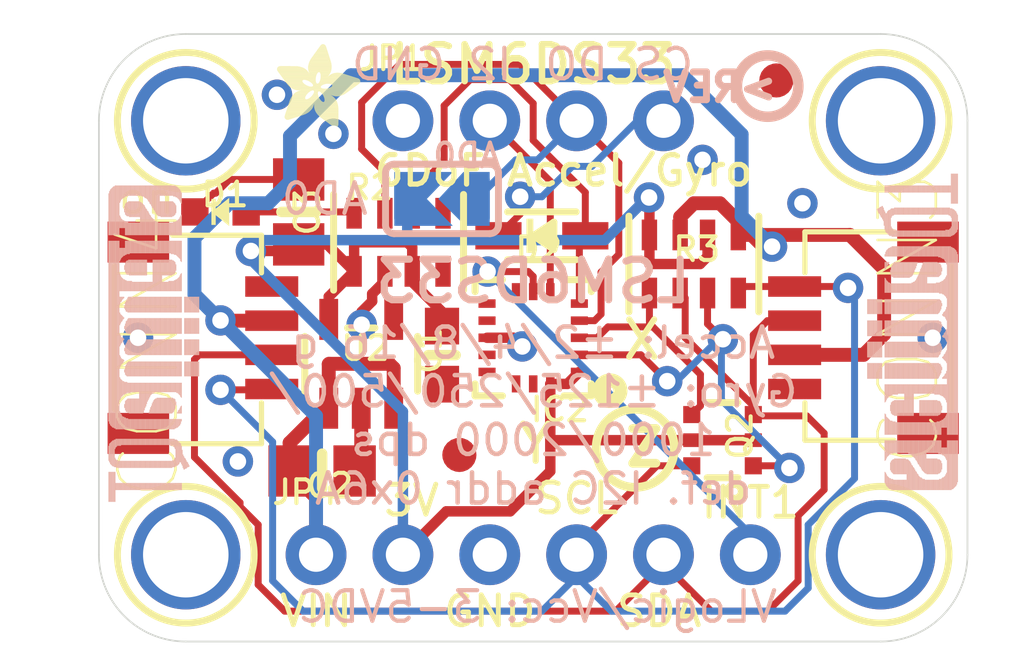
<source format=kicad_pcb>
(kicad_pcb (version 20211014) (generator pcbnew)
  (layers (0 "F.Cu" signal) (31 "B.Cu" signal) (34 "B.Paste" user) (35 "F.Paste" user) (36 "B.SilkS" user "B.Silkscreen") (37 "F.SilkS" user "F.Silkscreen") (38 "B.Mask" user) (39 "F.Mask" user) (44 "Edge.Cuts" user))
  (net 0 "")
  (net 1 "GND")
  (net 2 "3.3V")
  (net 3 "VCC")
  (net 4 "N$1")
  (net 5 "SDO")
  (net 6 "SDA_3V")
  (net 7 "SCL_3V")
  (net 8 "SCL")
  (net 9 "SDA")
  (net 10 "CS_3V")
  (net 11 "CS_5V")
  (net 12 "INT1")
  (net 13 "INT2")
  (footprint "boardEagle:LGA16_3X3MM" (layer "F.Cu") (at 148.5011 105.0036 180)
    (fp_text reference "IC2" (at -1.7 -2.1) (layer "F.SilkS") (effects (font (size 0.692831 0.692831) (thickness 0.119969)) (justify right)))
    (fp_text value "LSM6DS33")
    (pad "1" smd rect (at -1.35 -1 180) (size 0.5 0.25) (layers "F.Cu" "F.Paste" "F.Mask") (net 2 "3.3V"))
    (pad "2" smd rect (at -1.35 -0.5 180) (size 0.5 0.25) (layers "F.Cu" "F.Paste" "F.Mask") (net 7 "SCL_3V"))
    (pad "3" smd rect (at -1.35 0 180) (size 0.5 0.25) (layers "F.Cu" "F.Paste" "F.Mask") (net 6 "SDA_3V"))
    (pad "4" smd rect (at -1.35 0.5 180) (size 0.5 0.25) (layers "F.Cu" "F.Paste" "F.Mask") (net 5 "SDO"))
    (pad "5" smd rect (at -1.35 1 180) (size 0.5 0.25) (layers "F.Cu" "F.Paste" "F.Mask") (net 10 "CS_3V"))
    (pad "6" smd rect (at -0.5 1.35 270) (size 0.5 0.25) (layers "F.Cu" "F.Paste" "F.Mask") (net 13 "INT2"))
    (pad "7" smd rect (at 0 1.35 270) (size 0.5 0.25) (layers "F.Cu" "F.Paste" "F.Mask") (net 12 "INT1"))
    (pad "8" smd rect (at 0.5 1.35 270) (size 0.5 0.25) (layers "F.Cu" "F.Paste" "F.Mask") (net 1 "GND"))
    (pad "9" smd rect (at 1.35 1) (size 0.5 0.25) (layers "F.Cu" "F.Paste" "F.Mask") (net 1 "GND"))
    (pad "10" smd rect (at 1.35 0.5) (size 0.5 0.25) (layers "F.Cu" "F.Paste" "F.Mask") (net 1 "GND"))
    (pad "11" smd rect (at 1.35 0) (size 0.5 0.25) (layers "F.Cu" "F.Paste" "F.Mask") (net 1 "GND"))
    (pad "12" smd rect (at 1.35 -0.5) (size 0.5 0.25) (layers "F.Cu" "F.Paste" "F.Mask") (net 1 "GND"))
    (pad "13" smd rect (at 1.35 -1) (size 0.5 0.25) (layers "F.Cu" "F.Paste" "F.Mask") (net 1 "GND"))
    (pad "14" smd rect (at 0.5 -1.35 90) (size 0.5 0.25) (layers "F.Cu" "F.Paste" "F.Mask"))
    (pad "15" smd rect (at 0 -1.35 90) (size 0.5 0.25) (layers "F.Cu" "F.Paste" "F.Mask") (net 1 "GND"))
    (pad "16" smd rect (at -0.5 -1.35 90) (size 0.5 0.25) (layers "F.Cu" "F.Paste" "F.Mask") (net 2 "3.3V"))
  )
  (footprint "boardEagle:0805-NO" (layer "F.Cu") (at 141.6431 101.3206 90)
    (fp_text reference "C3" (at -0.762 0.254 90) (layer "F.SilkS") (effects (font (size 0.692831 0.692831) (thickness 0.119969)) (justify left)))
    (fp_text value "10uF")
    (pad "1" smd rect (at -0.95 0 90) (size 1.24 1.5) (layers "F.Cu" "F.Paste" "F.Mask") (net 2 "3.3V"))
    (pad "2" smd rect (at 0.95 0 90) (size 1.24 1.5) (layers "F.Cu" "F.Paste" "F.Mask") (net 1 "GND"))
  )
  (footprint "boardEagle:CHIPLED_0603_NOOUTLINE" (layer "F.Cu") (at 139.3571 101.3206 90)
    (fp_text reference "D1" (at 0.508 0.889) (layer "F.SilkS") (effects (font (size 0.692831 0.692831) (thickness 0.119969)) (justify right)))
    (fp_text value "GREEN")
    (pad "A" smd rect (at 0 0.75 90) (size 0.8 0.8) (layers "F.Cu" "F.Paste" "F.Mask") (net 4 "N$1"))
    (pad "C" smd rect (at 0 -0.75 90) (size 0.8 0.8) (layers "F.Cu" "F.Paste" "F.Mask") (net 1 "GND"))
  )
  (footprint "boardEagle:SOT23-5" (layer "F.Cu") (at 143.4719 105.7656)
    (fp_text reference "U2" (at 0.8922 -0.4572) (layer "F.SilkS") (effects (font (size 0.692831 0.692831) (thickness 0.119969)) (justify right)))
    (fp_text value "AP2112K-3.3")
    (pad "1" smd rect (at -0.95 1.3001) (size 0.55 1.2) (layers "F.Cu" "F.Paste" "F.Mask") (net 3 "VCC"))
    (pad "2" smd rect (at 0 1.3001) (size 0.55 1.2) (layers "F.Cu" "F.Paste" "F.Mask") (net 1 "GND"))
    (pad "3" smd rect (at 0.95 1.3001) (size 0.55 1.2) (layers "F.Cu" "F.Paste" "F.Mask") (net 3 "VCC"))
    (pad "4" smd rect (at 0.95 -1.3001) (size 0.55 1.2) (layers "F.Cu" "F.Paste" "F.Mask"))
    (pad "5" smd rect (at -0.95 -1.3001) (size 0.55 1.2) (layers "F.Cu" "F.Paste" "F.Mask") (net 2 "3.3V"))
  )
  (footprint "boardEagle:0603-NO" (layer "F.Cu") (at 145.8341 105.5116 -90)
    (fp_text reference "C1" (at -0.889 0.381 90) (layer "F.SilkS") (effects (font (size 0.692831 0.692831) (thickness 0.119969)) (justify right)))
    (fp_text value "0.1uF")
    (pad "1" smd rect (at -0.85 0 270) (size 1.075 1) (layers "F.Cu" "F.Paste" "F.Mask") (net 2 "3.3V"))
    (pad "2" smd rect (at 0.85 0 270) (size 1.075 1) (layers "F.Cu" "F.Paste" "F.Mask") (net 1 "GND"))
  )
  (footprint "boardEagle:1X06_ROUND_70" (layer "F.Cu") (at 148.5011 111.3536)
    (fp_text reference "JP4" (at -7.6962 -1.8288) (layer "F.SilkS") (effects (font (size 0.692831 0.692831) (thickness 0.119969)) (justify left)))
    (fp_text value "")
    (pad "1" thru_hole circle (at -6.35 0 90) (size 1.778 1.778) (drill 1) (layers *.Cu *.Mask) (net 3 "VCC"))
    (pad "2" thru_hole circle (at -3.81 0 90) (size 1.778 1.778) (drill 1) (layers *.Cu *.Mask) (net 2 "3.3V"))
    (pad "3" thru_hole circle (at -1.27 0 90) (size 1.778 1.778) (drill 1) (layers *.Cu *.Mask) (net 1 "GND"))
    (pad "4" thru_hole circle (at 1.27 0 90) (size 1.778 1.778) (drill 1) (layers *.Cu *.Mask) (net 8 "SCL"))
    (pad "5" thru_hole circle (at 3.81 0 90) (size 1.778 1.778) (drill 1) (layers *.Cu *.Mask) (net 9 "SDA"))
    (pad "6" thru_hole circle (at 6.35 0 90) (size 1.778 1.778) (drill 1) (layers *.Cu *.Mask) (net 12 "INT1"))
  )
  (footprint "boardEagle:FIDUCIAL_1MM" (layer "F.Cu") (at 146.3421 108.4326)
    (fp_text reference "FID3" hide)
    (fp_text value "FIDUCIAL_1MM" hide)
    (pad "1" smd roundrect (at 0 0) (size 1 1) (layers "F.Cu" "F.Mask") (roundrect_rratio 0.5))
  )
  (footprint "boardEagle:JST_SH4" (layer "F.Cu") (at 158.6611 105.0036 90)
    (fp_text reference "CONN3" (at -3.838 0.831 90) (layer "F.SilkS") (effects (font (size 1.703222 1.703222) (thickness 0.074778)) (justify left)))
    (fp_text value "STEMMA_I2C_QT" hide)
    (pad "1" smd rect (at -1.5 -2.514 180) (size 1.55 0.6) (layers "F.Cu" "F.Paste" "F.Mask") (net 1 "GND"))
    (pad "2" smd rect (at -0.5 -2.514 180) (size 1.55 0.6) (layers "F.Cu" "F.Paste" "F.Mask") (net 3 "VCC"))
    (pad "3" smd rect (at 0.5 -2.514 180) (size 1.55 0.6) (layers "F.Cu" "F.Paste" "F.Mask") (net 9 "SDA"))
    (pad "4" smd rect (at 1.5 -2.514 180) (size 1.55 0.6) (layers "F.Cu" "F.Paste" "F.Mask") (net 8 "SCL"))
    (pad "MT1" smd rect (at -2.8 1.386 180) (size 1.8 1.2) (layers "F.Cu" "F.Paste" "F.Mask") (net 1 "GND"))
    (pad "MT2" smd rect (at 2.8 1.386 180) (size 1.8 1.2) (layers "F.Cu" "F.Paste" "F.Mask") (net 1 "GND"))
  )
  (footprint "boardEagle:RESPACK_4X0603" (layer "F.Cu") (at 153.2001 102.8446 180)
    (fp_text reference "R3" (at -0.838 0.432) (layer "F.SilkS") (effects (font (size 0.692831 0.692831) (thickness 0.119969)) (justify right)))
    (fp_text value "10K")
    (pad "1" smd rect (at -1.3 0.85 180) (size 0.45 0.9) (layers "F.Cu" "F.Paste" "F.Mask") (net 3 "VCC"))
    (pad "2" smd rect (at -0.4 0.85 180) (size 0.45 0.9) (layers "F.Cu" "F.Paste" "F.Mask") (net 2 "3.3V"))
    (pad "3" smd rect (at 0.4 0.85 180) (size 0.45 0.9) (layers "F.Cu" "F.Paste" "F.Mask") (net 3 "VCC"))
    (pad "4" smd rect (at 1.3 0.85 180) (size 0.45 0.9) (layers "F.Cu" "F.Paste" "F.Mask") (net 2 "3.3V"))
    (pad "5" smd rect (at 1.3 -0.85 180) (size 0.45 0.9) (layers "F.Cu" "F.Paste" "F.Mask") (net 6 "SDA_3V"))
    (pad "6" smd rect (at 0.4 -0.85 180) (size 0.45 0.9) (layers "F.Cu" "F.Paste" "F.Mask") (net 9 "SDA"))
    (pad "7" smd rect (at -0.4 -0.85 180) (size 0.45 0.9) (layers "F.Cu" "F.Paste" "F.Mask") (net 7 "SCL_3V"))
    (pad "8" smd rect (at -1.3 -0.85 180) (size 0.45 0.9) (layers "F.Cu" "F.Paste" "F.Mask") (net 8 "SCL"))
  )
  (footprint "boardEagle:0805-NO" (layer "F.Cu") (at 142.3289 108.9025)
    (fp_text reference "C2" (at -0.5334 0.4318) (layer "F.SilkS") (effects (font (size 0.692831 0.692831) (thickness 0.119969)) (justify left)))
    (fp_text value "10uF")
    (pad "1" smd rect (at -0.95 0) (size 1.24 1.5) (layers "F.Cu" "F.Paste" "F.Mask") (net 3 "VCC"))
    (pad "2" smd rect (at 0.95 0) (size 1.24 1.5) (layers "F.Cu" "F.Paste" "F.Mask") (net 1 "GND"))
  )
  (footprint "boardEagle:SOD-323" (layer "F.Cu") (at 148.7551 102.0191)
    (fp_text reference "D2" (at -0.846 0.397) (layer "F.SilkS") (effects (font (size 0.692831 0.692831) (thickness 0.119969)) (justify left)))
    (fp_text value "1N4148")
    (pad "A" smd rect (at 1.27 0) (size 1.35 0.8) (layers "F.Cu" "F.Paste" "F.Mask") (net 10 "CS_3V"))
    (pad "C" smd rect (at -1.27 0) (size 1.35 0.8) (layers "F.Cu" "F.Paste" "F.Mask") (net 11 "CS_5V"))
  )
  (footprint "boardEagle:MOUNTINGHOLE_2.5_PLATED" (layer "F.Cu") (at 158.6611 111.3536)
    (fp_text reference "U$21" hide)
    (fp_text value "MOUNTINGHOLE2.5" hide)
    (pad "P$1" thru_hole circle (at 0 0) (size 3.2 3.2) (drill 2.5) (layers *.Cu *.Mask))
  )
  (footprint "boardEagle:FIDUCIAL_1MM" (layer "F.Cu") (at 155.6131 97.4725)
    (fp_text reference "FID4" hide)
    (fp_text value "FIDUCIAL_1MM" hide)
    (pad "1" smd roundrect (at 0 0) (size 1 1) (layers "F.Cu" "F.Mask") (roundrect_rratio 0.5))
  )
  (footprint "boardEagle:1X04_ROUND" (layer "F.Cu") (at 148.5011 98.6536)
    (fp_text reference "JP1" (at -5.1562 -1.8288) (layer "F.SilkS") (effects (font (size 0.692831 0.692831) (thickness 0.119969)) (justify left)))
    (fp_text value "")
    (pad "1" thru_hole circle (at -3.81 0 90) (size 1.778 1.778) (drill 1) (layers *.Cu *.Mask) (net 1 "GND"))
    (pad "2" thru_hole circle (at -1.27 0 90) (size 1.778 1.778) (drill 1) (layers *.Cu *.Mask) (net 13 "INT2"))
    (pad "3" thru_hole circle (at 1.27 0 90) (size 1.778 1.778) (drill 1) (layers *.Cu *.Mask) (net 5 "SDO"))
    (pad "4" thru_hole circle (at 3.81 0 90) (size 1.778 1.778) (drill 1) (layers *.Cu *.Mask) (net 11 "CS_5V"))
  )
  (footprint "boardEagle:ADAFRUIT_2.5MM" (layer "F.Cu") (at 141.0081 98.8441)
    (fp_text reference "U$9" hide)
    (fp_text value "" hide)
  )
  (footprint "boardEagle:MOUNTINGHOLE_2.5_PLATED" (layer "F.Cu") (at 138.3411 111.3536)
    (fp_text reference "U$19" hide)
    (fp_text value "MOUNTINGHOLE2.5" hide)
    (pad "P$1" thru_hole circle (at 0 0) (size 3.2 3.2) (drill 2.5) (layers *.Cu *.Mask))
  )
  (footprint "boardEagle:SOT363" (layer "F.Cu") (at 154.0383 108.0008 90)
    (fp_text reference "Q2" (at -0.635 0.508 90) (layer "F.SilkS") (effects (font (size 0.692831 0.692831) (thickness 0.119969)) (justify left)))
    (fp_text value "BSS138")
    (pad "1" smd rect (at -0.75 0.9 90) (size 0.5 0.5) (layers "F.Cu" "F.Paste" "F.Mask") (net 7 "SCL_3V"))
    (pad "2" smd rect (at 0 0.9 90) (size 0.4 0.5) (layers "F.Cu" "F.Paste" "F.Mask") (net 2 "3.3V"))
    (pad "3" smd rect (at 0.75 0.9 90) (size 0.5 0.5) (layers "F.Cu" "F.Paste" "F.Mask") (net 9 "SDA"))
    (pad "4" smd rect (at 0.75 -0.9 90) (size 0.5 0.5) (layers "F.Cu" "F.Paste" "F.Mask") (net 6 "SDA_3V"))
    (pad "5" smd rect (at 0 -0.9 90) (size 0.4 0.5) (layers "F.Cu" "F.Paste" "F.Mask") (net 2 "3.3V"))
    (pad "6" smd rect (at -0.75 -0.9 90) (size 0.5 0.5) (layers "F.Cu" "F.Paste" "F.Mask") (net 8 "SCL"))
  )
  (footprint "boardEagle:MOUNTINGHOLE_2.5_PLATED" (layer "F.Cu") (at 158.6611 98.6536)
    (fp_text reference "U$17" hide)
    (fp_text value "MOUNTINGHOLE2.5" hide)
    (pad "P$1" thru_hole circle (at 0 0) (size 3.2 3.2) (drill 2.5) (layers *.Cu *.Mask))
  )
  (footprint "boardEagle:JST_SH4" (layer "F.Cu") (at 138.3411 105.0036 -90)
    (fp_text reference "CONN4" (at -3.965 1.085 90) (layer "F.SilkS") (effects (font (size 1.703222 1.703222) (thickness 0.074778)) (justify right)))
    (fp_text value "STEMMA_I2C_QT" hide)
    (pad "1" smd rect (at -1.5 -2.514) (size 1.55 0.6) (layers "F.Cu" "F.Paste" "F.Mask") (net 1 "GND"))
    (pad "2" smd rect (at -0.5 -2.514) (size 1.55 0.6) (layers "F.Cu" "F.Paste" "F.Mask") (net 3 "VCC"))
    (pad "3" smd rect (at 0.5 -2.514) (size 1.55 0.6) (layers "F.Cu" "F.Paste" "F.Mask") (net 9 "SDA"))
    (pad "4" smd rect (at 1.5 -2.514) (size 1.55 0.6) (layers "F.Cu" "F.Paste" "F.Mask") (net 8 "SCL"))
    (pad "MT1" smd rect (at -2.8 1.386) (size 1.8 1.2) (layers "F.Cu" "F.Paste" "F.Mask") (net 1 "GND"))
    (pad "MT2" smd rect (at 2.8 1.386) (size 1.8 1.2) (layers "F.Cu" "F.Paste" "F.Mask") (net 1 "GND"))
  )
  (footprint "boardEagle:MOUNTINGHOLE_2.5_PLATED" (layer "F.Cu") (at 138.3411 98.6536)
    (fp_text reference "U$1" hide)
    (fp_text value "MOUNTINGHOLE2.5" hide)
    (pad "P$1" thru_hole circle (at 0 0) (size 3.2 3.2) (drill 2.5) (layers *.Cu *.Mask))
  )
  (footprint "boardEagle:RESPACK_4X0603" (layer "F.Cu") (at 144.5641 102.2096)
    (fp_text reference "R2" (at -1.6 -1.6) (layer "F.SilkS") (effects (font (size 0.692831 0.692831) (thickness 0.119969)) (justify left)))
    (fp_text value "10K")
    (pad "1" smd rect (at -1.3 0.85) (size 0.45 0.9) (layers "F.Cu" "F.Paste" "F.Mask") (net 2 "3.3V"))
    (pad "2" smd rect (at -0.4 0.85) (size 0.45 0.9) (layers "F.Cu" "F.Paste" "F.Mask") (net 1 "GND"))
    (pad "3" smd rect (at 0.4 0.85) (size 0.45 0.9) (layers "F.Cu" "F.Paste" "F.Mask") (net 2 "3.3V"))
    (pad "4" smd rect (at 1.3 0.85) (size 0.45 0.9) (layers "F.Cu" "F.Paste" "F.Mask"))
    (pad "5" smd rect (at 1.3 -0.85) (size 0.45 0.9) (layers "F.Cu" "F.Paste" "F.Mask"))
    (pad "6" smd rect (at 0.4 -0.85) (size 0.45 0.9) (layers "F.Cu" "F.Paste" "F.Mask") (net 10 "CS_3V"))
    (pad "7" smd rect (at -0.4 -0.85) (size 0.45 0.9) (layers "F.Cu" "F.Paste" "F.Mask") (net 5 "SDO"))
    (pad "8" smd rect (at -1.3 -0.85) (size 0.45 0.9) (layers "F.Cu" "F.Paste" "F.Mask") (net 4 "N$1"))
  )
  (footprint "boardEagle:STEMMAQT" (layer "B.Cu") (at 138.7221 100.5586 -90)
    (fp_text reference "U$31" hide)
    (fp_text value "" hide)
  )
  (footprint "boardEagle:PCBFEAT-REV-040" (layer "B.Cu") (at 155.3591 97.6376 180)
    (fp_text reference "U$25" hide)
    (fp_text value "" hide)
    (fp_text user ">REV" (at -0.3556 -0.508) (layer "B.SilkS") (effects (font (size 0.8128 0.8128) (thickness 0.2032)) (justify left bottom mirror)))
  )
  (footprint "boardEagle:SOLDERJUMPER_ARROW_NOPASTE" (layer "B.Cu") (at 145.8341 100.9396 180)
    (fp_text reference "AD0" (at -1.778 1.27) (layer "B.SilkS") (effects (font (size 0.692831 0.692831) (thickness 0.119969)) (justify left mirror)))
    (fp_text value "")
    (fp_poly (pts (xy 1.3946 -0.7882) (xy -0.315893 -0.7882) (xy 0.443148 0) (xy -0.315893 0.7882) (xy 1.3946 0.7882)) (layer "B.Cu") (width 0) (fill solid))
    (fp_poly (pts (xy 0.106121 -0.002663) (xy -0.679416 -0.7882) (xy -1.3946 -0.7882) (xy -1.3946 0.7882) (xy -0.62715 0.7882)) (layer "B.Cu") (width 0) (fill solid))
    (pad "1" smd roundrect (at -1.016 0 180) (size 0.762 1.524) (layers "B.Cu") (net 5 "SDO"))
    (pad "2" smd roundrect (at 1.016 0 180) (size 0.762 1.524) (layers "B.Cu") (net 2 "3.3V"))
  )
  (footprint "boardEagle:STEMMAQT" (layer "B.Cu") (at 158.2801 109.4486 90)
    (fp_text reference "U$30" hide)
    (fp_text value "" hide)
  )
  (gr_arc (start 152.6296 108.2381) (mid 152.294823 109.046323) (end 151.4866 109.3811) (layer "F.SilkS") (width 0.254))
  (gr_arc (start 151.4866 109.3811) (mid 150.678377 109.046323) (end 150.3436 108.2381) (layer "F.SilkS") (width 0.254))
  (gr_arc (start 150.3436 108.2381) (mid 150.672513 107.424013) (end 151.486601 107.095101) (layer "F.SilkS") (width 0.254))
  (gr_arc (start 151.4866 107.0951) (mid 152.294823 107.429877) (end 152.6296 108.2381) (layer "F.SilkS") (width 0.254))
  (gr_arc (start 161.2011 111.3536) (mid 160.457151 113.149651) (end 158.6611 113.8936) (layer "Edge.Cuts") (width 0.05))
  (gr_line (start 161.2011 111.3536) (end 161.2011 98.6536) (layer "Edge.Cuts") (width 0.05))
  (gr_arc (start 135.8011 98.6536) (mid 136.545049 96.857549) (end 138.3411 96.1136) (layer "Edge.Cuts") (width 0.05))
  (gr_line (start 158.6611 96.1136) (end 138.3411 96.1136) (layer "Edge.Cuts") (width 0.05))
  (gr_line (start 135.8011 98.6536) (end 135.8011 111.3536) (layer "Edge.Cuts") (width 0.05))
  (gr_line (start 138.3411 113.8936) (end 158.6611 113.8936) (layer "Edge.Cuts") (width 0.05))
  (gr_arc (start 138.3411 113.8936) (mid 136.545049 113.149651) (end 135.8011 111.3536) (layer "Edge.Cuts") (width 0.05))
  (gr_arc (start 158.6611 96.1136) (mid 160.457151 96.857549) (end 161.2011 98.6536) (layer "Edge.Cuts") (width 0.05))
  (gr_text "I2" (at 147.2311 97.0026) (layer "B.SilkS") (effects (font (size 0.89408 0.89408) (thickness 0.12192)) (justify mirror)))
  (gr_text "DO" (at 149.7711 97.0026) (layer "B.SilkS") (effects (font (size 0.89408 0.89408) (thickness 0.12192)) (justify mirror)))
  (gr_text "GND" (at 144.5641 97.0026) (layer "B.SilkS") (effects (font (size 0.89408 0.89408) (thickness 0.12192)) (justify mirror)))
  (gr_text "LSM6DS33" (at 148.5011 103.3526) (layer "B.SilkS") (effects (font (size 1.18745 1.18745) (thickness 0.20955)) (justify mirror)))
  (gr_text "CS" (at 152.3111 97.0026) (layer "B.SilkS") (effects (font (size 0.89408 0.89408) (thickness 0.12192)) (justify mirror)))
  (gr_text "VLogic/Vcc: 3-5VDC" (at 148.6281 112.8776) (layer "B.SilkS") (effects (font (size 0.89408 0.89408) (thickness 0.12192)) (justify mirror)))
  (gr_text "Accel: ±2/4/8/16 g\nGyro: ±125/250/500/\n1000/2000 dps\ndef. I2C addr 0x6A" (at 148.5011 107.2896) (layer "B.SilkS") (effects (font (size 0.88392 0.88392) (thickness 0.13208)) (justify mirror)))
  (gr_text "AD0" (at 142.4051 100.9396) (layer "B.SilkS") (effects (font (size 0.89408 0.89408) (thickness 0.12192)) (justify mirror)))
  (gr_text "SDA" (at 152.1841 113.0046) (layer "F.SilkS") (effects (font (size 0.87376 0.87376) (thickness 0.14224))))
  (gr_text "GND" (at 147.2311 113.0046) (layer "F.SilkS") (effects (font (size 0.87376 0.87376) (thickness 0.14224))))
  (gr_text "INT1" (at 154.8511 109.8296) (layer "F.SilkS") (effects (font (size 0.87376 0.87376) (thickness 0.14224))))
  (gr_text "6DoF Accel/Gyro" (at 149.3901 100.1141) (layer "F.SilkS") (effects (font (size 0.8636 0.8636) (thickness 0.1524))))
  (gr_text "X" (at 151.0371 105.7011) (layer "F.SilkS") (effects (font (size 1.0922 1.0922) (thickness 0.1778)) (justify left bottom)))
  (gr_text "Z" (at 151.1006 108.8126) (layer "F.SilkS") (effects (font (size 1.016 1.016) (thickness 0.254)) (justify left bottom)))
  (gr_text "Y" (at 147.9891 108.7491) (layer "F.SilkS") (effects (font (size 1.0922 1.0922) (thickness 0.1778)) (justify left bottom)))
  (gr_text "3V" (at 144.9451 109.7661) (layer "F.SilkS") (effects (font (size 0.87376 0.87376) (thickness 0.14224))))
  (gr_text "LSM6DS33" (at 148.5011 97.0026) (layer "F.SilkS") (effects (font (size 1.0795 1.0795) (thickness 0.1905))))
  (gr_text "on" (at 136.3091 101.4476) (layer "F.SilkS") (effects (font (size 0.89408 0.89408) (thickness 0.12192)) (justify left bottom)))
  (gr_text "SCL" (at 149.7711 109.7026) (layer "F.SilkS") (effects (font (size 0.87376 0.87376) (thickness 0.14224))))
  (gr_text "VIN" (at 142.1511 113.0046) (layer "F.SilkS") (effects (font (size 0.87376 0.87376) (thickness 0.14224))))
  (segment (start 143.4719 107.0657) (end 143.4719 108.7095) (width 0.4064) (layer "F.Cu") (net 1))
  (segment (start 139.618843 100.3706) (end 141.6431 100.3706) (width 0.2032) (layer "F.Cu") (net 1))
  (segment (start 144.1641 103.0596) (end 144.1641 103.345407) (width 0.3048) (layer "F.Cu") (net 1))
  (segment (start 139.1565 100.7712) (end 139.218243 100.7712) (width 0.2032) (layer "F.Cu") (net 1))
  (segment (start 143.4846 104.2416) (end 143.4846 104.6226) (width 0.3048) (layer "F.Cu") (net 1))
  (segment (start 143.7913 103.9349) (end 143.4846 104.2416) (width 0.3048) (layer "F.Cu") (net 1))
  (segment (start 143.7913 103.718207) (end 143.7913 103.9349) (width 0.3048) (layer "F.Cu") (net 1))
  (segment (start 147.9296 105.0036) (end 148.1836 105.2576) (width 0.3048) (layer "F.Cu") (net 1))
  (segment (start 139.218243 100.7712) (end 139.618843 100.3706) (width 0.2032) (layer "F.Cu") (net 1))
  (segment (start 147.1511 105.0036) (end 147.9296 105.0036) (width 0.3048) (layer "F.Cu") (net 1))
  (segment (start 144.1641 103.345407) (end 143.7913 103.718207) (width 0.3048) (layer "F.Cu") (net 1))
  (segment (start 138.6071 101.3206) (end 139.1565 100.7712) (width 0.2032) (layer "F.Cu") (net 1))
  (segment (start 143.4719 108.7095) (end 143.2789 108.9025) (width 0.4064) (layer "F.Cu") (net 1))
  (segment (start 143.4313 108.7501) (end 143.2789 108.9025) (width 0.4064) (layer "F.Cu") (net 1))
  (via (at 156.3751 101.0666) (size 0.889) (drill 0.4826) (layers "F.Cu" "B.Cu") (net 1))
  (via (at 160.1851 105.0036) (size 0.889) (drill 0.4826) (layers "F.Cu" "B.Cu") (net 1))
  (via (at 141.0081 97.8916) (size 0.889) (drill 0.4826) (layers "F.Cu" "B.Cu") (net 1))
  (via (at 136.9441 105.0036) (size 0.889) (drill 0.4826) (layers "F.Cu" "B.Cu") (net 1))
  (via (at 148.1836 105.2576) (size 0.889) (drill 0.4826) (layers "F.Cu" "B.Cu") (net 1))
  (via (at 139.8651 108.6231) (size 0.889) (drill 0.4826) (layers "F.Cu" "B.Cu") (net 1))
  (via (at 142.6591 99.0346) (size 0.889) (drill 0.4826) (layers "F.Cu" "B.Cu") (net 1))
  (via (at 143.4846 104.6226) (size 0.889) (drill 0.4826) (layers "F.Cu" "B.Cu") (net 1))
  (via (at 153.4541 99.7966) (size 0.889) (drill 0.4826) (layers "F.Cu" "B.Cu") (net 1))
  (segment (start 144.9641 103.0596) (end 144.9641 103.3716) (width 0.3048) (layer "F.Cu") (net 2))
  (segment (start 149.0011 107.9246) (end 149.0011 108.9096) (width 0.3048) (layer "F.Cu") (net 2))
  (segment (start 153.6001 102.626494) (end 153.6001 101.9946) (width 0.3048) (layer "F.Cu") (net 2))
  (segment (start 144.9641 103.0596) (end 144.9641 102.3556) (width 0.3048) (layer "F.Cu") (net 2))
  (segment (start 141.6431 102.2706) (end 141.4501 102.4636) (width 0.3048) (layer "F.Cu") (net 2))
  (segment (start 151.888437 100.897938) (end 151.9001 100.9096) (width 0.3048) (layer "F.Cu") (net 2))
  (segment (start 149.0011 106.3536) (end 149.0011 107.9246) (width 0.3048) (layer "F.Cu") (net 2))
  (segment (start 141.4501 102.4636) (end 140.2461 102.4636) (width 0.3048) (layer "F.Cu") (net 2))
  (segment (start 143.2641 102.2396) (end 143.2641 103.0596) (width 0.3048) (layer "F.Cu") (net 2))
  (segment (start 144.6911 111.3536) (end 145.9611 110.0836) (width 0.3048) (layer "F.Cu") (net 2))
  (segment (start 149.5011 106.3536) (end 149.0011 106.3536) (width 0.3048) (layer "F.Cu") (net 2))
  (segment (start 143.2641 103.0596) (end 142.5219 103.8018) (width 0.3048) (layer "F.Cu") (net 2))
  (segment (start 142.4751 102.2706) (end 143.2641 103.0596) (width 0.3048) (layer "F.Cu") (net 2))
  (segment (start 144.9641 103.3716) (end 145.8341 104.2416) (width 0.3048) (layer "F.Cu") (net 2))
  (segment (start 144.9641 102.3556) (end 144.8181 102.2096) (width 0.3048) (layer "F.Cu") (net 2))
  (segment (start 149.0773 108.0008) (end 149.0011 107.9246) (width 0.3048) (layer "F.Cu") (net 2))
  (segment (start 151.9001 100.9096) (end 151.9001 101.9946) (width 0.3048) (layer "F.Cu") (net 2))
  (segment (start 151.9001 101.9946) (end 151.9001 102.8446) (width 0.3048) (layer "F.Cu") (net 2))
  (segment (start 149.0011 108.9096) (end 147.8271 110.0836) (width 0.3048) (layer "F.Cu") (net 2))
  (segment (start 147.8271 110.0836) (end 145.9611 110.0836) (width 0.3048) (layer "F.Cu") (net 2))
  (segment (start 153.381993 102.8446) (end 153.6001 102.626494) (width 0.3048) (layer "F.Cu") (net 2))
  (segment (start 145.8341 104.2416) (end 145.8341 104.6616) (width 0.3048) (layer "F.Cu") (net 2))
  (segment (start 153.1383 108.0008) (end 154.9383 108.0008) (width 0.3048) (layer "F.Cu") (net 2))
  (segment (start 143.2941 102.2096) (end 143.2641 102.2396) (width 0.3048) (layer "F.Cu") (net 2))
  (segment (start 151.9001 102.8446) (end 153.381993 102.8446) (width 0.3048) (layer "F.Cu") (net 2))
  (segment (start 141.6431 102.2706) (end 142.4751 102.2706) (width 0.3048) (layer "F.Cu") (net 2))
  (segment (start 153.1383 108.0008) (end 149.0773 108.0008) (width 0.3048) (layer "F.Cu") (net 2))
  (segment (start 149.8511 106.0036) (end 149.5011 106.3536) (width 0.3048) (layer "F.Cu") (net 2))
  (segment (start 144.8181 102.2096) (end 143.2941 102.2096) (width 0.3048) (layer "F.Cu") (net 2))
  (segment (start 142.5219 103.8018) (end 142.5219 104.4655) (width 0.3048) (layer "F.Cu") (net 2))
  (via (at 140.2461 102.4636) (size 0.889) (drill 0.4826) (layers "F.Cu" "B.Cu") (net 2))
  (via (at 151.888437 100.897938) (size 0.889) (drill 0.4826) (layers "F.Cu" "B.Cu") (net 2))
  (segment (start 144.8181 102.1461) (end 140.4366 102.1461) (width 0.3048) (layer "B.Cu") (net 2))
  (segment (start 140.4366 102.1461) (end 140.2461 102.3366) (width 0.3048) (layer "B.Cu") (net 2))
  (segment (start 144.8181 100.9396) (end 144.8181 102.1461) (width 0.3048) (layer "B.Cu") (net 2))
  (segment (start 140.2461 102.7176) (end 140.2461 102.4636) (width 0.3048) (layer "B.Cu") (net 2))
  (segment (start 150.5966 102.1461) (end 144.8181 102.1461) (width 0.3048) (layer "B.Cu") (net 2))
  (segment (start 144.6911 107.1626) (end 140.2461 102.7176) (width 0.3048) (layer "B.Cu") (net 2))
  (segment (start 140.2461 102.4636) (end 140.2461 102.3366) (width 0.3048) (layer "B.Cu") (net 2))
  (segment (start 151.888437 100.897938) (end 151.8666 100.8761) (width 0.3048) (layer "B.Cu") (net 2))
  (segment (start 150.5966 102.1461) (end 151.8666 100.8761) (width 0.3048) (layer "B.Cu") (net 2))
  (segment (start 144.6911 111.3536) (end 144.6911 107.1626) (width 0.3048) (layer "B.Cu") (net 2))
  (segment (start 152.8001 101.9946) (end 152.8001 101.4666) (width 0.4064) (layer "F.Cu") (net 3))
  (segment (start 142.5219 105.7758) (end 142.5219 107.0657) (width 0.4064) (layer "F.Cu") (net 3))
  (segment (start 153.2001 101.0666) (end 153.9621 101.0666) (width 0.4064) (layer "F.Cu") (net 3))
  (segment (start 156.1471 105.5036) (end 158.1611 105.5036) (width 0.4064) (layer "F.Cu") (net 3))
  (segment (start 142.5321 105.7656) (end 142.5219 105.7758) (width 0.4064) (layer "F.Cu") (net 3))
  (segment (start 142.3902 107.0657) (end 141.3789 108.077) (width 0.4064) (layer "F.Cu") (net 3))
  (segment (start 158.764231 104.900469) (end 158.764231 102.995469) (width 0.4064) (layer "F.Cu") (net 3))
  (segment (start 152.8001 101.4666) (end 153.2001 101.0666) (width 0.4064) (layer "F.Cu") (net 3))
  (segment (start 153.9621 101.0666) (end 154.5001 101.6046) (width 0.4064) (layer "F.Cu") (net 3))
  (segment (start 155.4861 102.3366) (end 155.2321 102.3366) (width 0.4064) (layer "F.Cu") (net 3))
  (segment (start 139.3651 104.5036) (end 139.3571 104.4956) (width 0.4064) (layer "F.Cu") (net 3))
  (segment (start 157.763362 101.9946) (end 154.5001 101.9946) (width 0.4064) (layer "F.Cu") (net 3))
  (segment (start 142.5219 107.0657) (end 142.3902 107.0657) (width 0.4064) (layer "F.Cu") (net 3))
  (segment (start 154.5001 101.6046) (end 154.5001 101.9946) (width 0.4064) (layer "F.Cu") (net 3))
  (segment (start 144.4219 107.0657) (end 144.4219 105.8926) (width 0.4064) (layer "F.Cu") (net 3))
  (segment (start 158.1611 105.5036) (end 158.764231 104.900469) (width 0.4064) (layer "F.Cu") (net 3))
  (segment (start 140.8551 104.5036) (end 139.3651 104.5036) (width 0.4064) (layer "F.Cu") (net 3))
  (segment (start 141.3789 108.9025) (end 141.3789 108.077) (width 0.4064) (layer "F.Cu") (net 3))
  (segment (start 154.5001 101.6046) (end 155.2321 102.3366) (width 0.4064) (layer "F.Cu") (net 3))
  (segment (start 144.4219 105.8926) (end 144.2949 105.7656) (width 0.4064) (layer "F.Cu") (net 3))
  (segment (start 141.3789 108.9025) (end 142.1511 109.6747) (width 0.4064) (layer "F.Cu") (net 3))
  (segment (start 144.2949 105.7656) (end 142.5321 105.7656) (width 0.4064) (layer "F.Cu") (net 3))
  (segment (start 142.1511 109.6747) (end 142.1511 111.3536) (width 0.4064) (layer "F.Cu") (net 3))
  (segment (start 158.764231 102.995469) (end 157.763362 101.9946) (width 0.4064) (layer "F.Cu") (net 3))
  (via (at 155.4861 102.3366) (size 0.889) (drill 0.4826) (layers "F.Cu" "B.Cu") (net 3))
  (via (at 139.3571 104.4956) (size 0.889) (drill 0.4826) (layers "F.Cu" "B.Cu") (net 3))
  (segment (start 141.3891 99.101244) (end 143.170243 97.3201) (width 0.4064) (layer "B.Cu") (net 3))
  (segment (start 139.3571 104.4956) (end 142.1511 107.2896) (width 0.4064) (layer "B.Cu") (net 3))
  (segment (start 138.5951 103.7336) (end 138.5951 102.0826) (width 0.4064) (layer "B.Cu") (net 3))
  (segment (start 152.864731 97.3201) (end 154.5971 99.052469) (width 0.4064) (layer "B.Cu") (net 3))
  (segment (start 139.3571 104.4956) (end 138.5951 103.7336) (width 0.4064) (layer "B.Cu") (net 3))
  (segment (start 138.5951 102.0826) (end 139.6111 101.0666) (width 0.4064) (layer "B.Cu") (net 3))
  (segment (start 142.1511 107.2896) (end 142.1511 111.3536) (width 0.4064) (layer "B.Cu") (net 3))
  (segment (start 141.3891 100.4316) (end 141.3891 99.101244) (width 0.4064) (layer "B.Cu") (net 3))
  (segment (start 154.5971 101.4476) (end 155.4861 102.3366) (width 0.4064) (layer "B.Cu") (net 3))
  (segment (start 154.5971 99.052469) (end 154.5971 101.4476) (width 0.4064) (layer "B.Cu") (net 3))
  (segment (start 143.170243 97.3201) (end 152.864731 97.3201) (width 0.4064) (layer "B.Cu") (net 3))
  (segment (start 139.6111 101.0666) (end 140.7541 101.0666) (width 0.4064) (layer "B.Cu") (net 3))
  (segment (start 140.7541 101.0666) (end 141.3891 100.4316) (width 0.4064) (layer "B.Cu") (net 3))
  (segment (start 143.2251 101.3206) (end 143.2641 101.3596) (width 0.2032) (layer "F.Cu") (net 4))
  (segment (start 140.1071 101.3206) (end 143.2251 101.3206) (width 0.2032) (layer "F.Cu") (net 4))
  (segment (start 151.0049 99.8874) (end 149.7711 98.6536) (width 0.2032) (layer "F.Cu") (net 5))
  (segment (start 150.4861 103.0821) (end 150.4861 104.3131) (width 0.2032) (layer "F.Cu") (net 5))
  (segment (start 143.4846 98.11665) (end 144.59865 97.0026) (width 0.2032) (layer "F.Cu") (net 5))
  (segment (start 143.4846 99.4791) (end 143.4846 98.11665) (width 0.2032) (layer "F.Cu") (net 5))
  (segment (start 144.1641 101.3596) (end 144.1641 100.1586) (width 0.2032) (layer "F.Cu") (net 5))
  (segment (start 151.0049 102.5633) (end 150.4861 103.0821) (width 0.2032) (layer "F.Cu") (net 5))
  (segment (start 144.1641 100.1586) (end 143.4846 99.4791) (width 0.2032) (layer "F.Cu") (net 5))
  (segment (start 150.2956 104.5036) (end 149.8511 104.5036) (width 0.2032) (layer "F.Cu") (net 5))
  (segment (start 144.59865 97.0026) (end 148.1201 97.0026) (width 0.2032) (layer "F.Cu") (net 5))
  (segment (start 150.4861 104.3131) (end 150.2956 104.5036) (width 0.2032) (layer "F.Cu") (net 5))
  (segment (start 151.0049 102.5633) (end 151.0049 99.8874) (width 0.2032) (layer "F.Cu") (net 5))
  (segment (start 148.1201 97.0026) (end 149.7711 98.6536) (width 0.2032) (layer "F.Cu") (net 5))
  (segment (start 147.9931 99.7966) (end 146.8501 100.9396) (width 0.2032) (layer "B.Cu") (net 5))
  (segment (start 148.6281 99.7966) (end 147.9931 99.7966) (width 0.2032) (layer "B.Cu") (net 5))
  (segment (start 149.7711 98.6536) (end 148.6281 99.7966) (width 0.2032) (layer "B.Cu") (net 5))
  (segment (start 153.3923 106.0758) (end 152.0026 104.6861) (width 0.2032) (layer "F.Cu") (net 6))
  (segment (start 151.9001 104.6526) (end 151.8666 104.6861) (width 0.2032) (layer "F.Cu") (net 6))
  (segment (start 153.1383 107.2508) (end 153.3923 106.9968) (width 0.2032) (layer "F.Cu") (net 6))
  (segment (start 151.9001 103.6946) (end 151.9001 104.6526) (width 0.2032) (layer "F.Cu") (net 6))
  (segment (start 150.687837 104.6861) (end 150.370337 105.0036) (width 0.2032) (layer "F.Cu") (net 6))
  (segment (start 152.0026 104.6861) (end 151.8666 104.6861) (width 0.2032) (layer "F.Cu") (net 6))
  (segment (start 151.8666 104.6861) (end 150.687837 104.6861) (width 0.2032) (layer "F.Cu") (net 6))
  (segment (start 153.3923 106.9968) (end 153.3923 106.0758) (width 0.2032) (layer "F.Cu") (net 6))
  (segment (start 149.8511 105.0036) (end 150.370337 105.0036) (width 0.2032) (layer "F.Cu") (net 6))
  (segment (start 149.8511 105.5036) (end 151.6508 105.5036) (width 0.2032) (layer "F.Cu") (net 7))
  (segment (start 154.9383 108.7508) (end 155.9313 108.7508) (width 0.2032) (layer "F.Cu") (net 7))
  (segment (start 155.9313 108.7508) (end 155.9941 108.8136) (width 0.2032) (layer "F.Cu") (net 7))
  (segment (start 154.048475 105.0463) (end 153.6001 104.597925) (width 0.2032) (layer "F.Cu") (net 7))
  (segment (start 153.6001 104.597925) (end 153.6001 103.6946) (width 0.2032) (layer "F.Cu") (net 7))
  (segment (start 151.6508 105.5036) (end 152.4208 106.2736) (width 0.2032) (layer "F.Cu") (net 7))
  (via (at 155.9941 108.8136) (size 0.889) (drill 0.4826) (layers "F.Cu" "B.Cu") (net 7))
  (via (at 152.4208 106.2736) (size 0.889) (drill 0.4826) (layers "F.Cu" "B.Cu") (net 7))
  (via (at 154.048475 105.0463) (size 0.889) (drill 0.4826) (layers "F.Cu" "B.Cu") (net 7))
  (segment (start 152.6921 106.2736) (end 153.9621 105.0036) (width 0.2032) (layer "B.Cu") (net 7))
  (segment (start 152.4208 106.2736) (end 152.6921 106.2736) (width 0.2032) (layer "B.Cu") (net 7))
  (segment (start 153.9621 105.0036) (end 154.005775 105.0036) (width 0.2032) (layer "B.Cu") (net 7))
  (segment (start 155.9941 108.8136) (end 154.005775 106.825275) (width 0.2032) (layer "B.Cu") (net 7))
  (segment (start 154.005775 105.0036) (end 154.048475 105.0463) (width 0.2032) (layer "B.Cu") (net 7))
  (segment (start 154.005775 106.825275) (end 154.005775 105.0036) (width 0.2032) (layer "B.Cu") (net 7))
  (segment (start 140.8551 106.5036) (end 140.8311 106.5276) (width 0.2032) (layer "F.Cu") (net 8))
  (segment (start 140.8311 106.5276) (end 139.3571 106.5276) (width 0.2032) (layer "F.Cu") (net 8))
  (segment (start 153.138296 108.750797) (end 153.1383 108.7508) (width 0.2032) (layer "F.Cu") (net 8))
  (segment (start 156.1471 103.5036) (end 154.6911 103.5036) (width 0.2032) (layer "F.Cu") (net 8))
  (segment (start 154.6911 103.5036) (end 154.5001 103.6946) (width 0.2032) (layer "F.Cu") (net 8))
  (segment (start 149.7711 111.0996) (end 152.119903 108.750797) (width 0.2032) (layer "F.Cu") (net 8))
  (segment (start 156.1471 103.5036) (end 157.5421 103.5036) (width 0.2032) (layer "F.Cu") (net 8))
  (segment (start 152.119903 108.750797) (end 153.138296 108.750797) (width 0.2032) (layer "F.Cu") (net 8))
  (segment (start 157.5421 103.5036) (end 157.6451 103.6066) (width 0.2032) (layer "F.Cu") (net 8))
  (segment (start 157.6451 103.6066) (end 157.7086 103.5431) (width 0.2032) (layer "F.Cu") (net 8))
  (segment (start 149.7711 111.0996) (end 149.7711 111.3536) (width 0.2032) (layer "F.Cu") (net 8))
  (via (at 157.7086 103.5431) (size 0.889) (drill 0.4826) (layers "F.Cu" "B.Cu") (net 8))
  (via (at 139.3571 106.5276) (size 0.889) (drill 0.4826) (layers "F.Cu" "B.Cu") (net 8))
  (segment (start 156.5435 110.476457) (end 156.5435 112.3282) (width 0.2032) (layer "B.Cu") (net 8))
  (segment (start 157.7086 103.5431) (end 157.8991 103.7336) (width 0.2032) (layer "B.Cu") (net 8))
  (segment (start 157.8991 103.7336) (end 157.8991 109.120857) (width 0.2032) (layer "B.Cu") (net 8))
  (segment (start 140.8811 112.1156) (end 141.7701 113.0046) (width 0.2032) (layer "B.Cu") (net 8))
  (segment (start 156.5435 112.3282) (end 155.8671 113.0046) (width 0.2032) (layer "B.Cu") (net 8))
  (segment (start 139.3571 106.5276) (end 140.8811 108.0516) (width 0.2032) (layer "B.Cu") (net 8))
  (segment (start 148.7551 113.0046) (end 149.7711 111.9886) (width 0.2032) (layer "B.Cu") (net 8))
  (segment (start 141.7701 113.0046) (end 148.7551 113.0046) (width 0.2032) (layer "B.Cu") (net 8))
  (segment (start 157.8991 109.120857) (end 156.5435 110.476457) (width 0.2032) (layer "B.Cu") (net 8))
  (segment (start 149.7711 111.9886) (end 149.7711 111.3536) (width 0.2032) (layer "B.Cu") (net 8))
  (segment (start 140.8811 108.0516) (end 140.8811 112.1156) (width 0.2032) (layer "B.Cu") (net 8))
  (segment (start 155.8671 113.0046) (end 150.7871 113.0046) (width 0.2032) (layer "B.Cu") (net 8))
  (segment (start 150.7871 113.0046) (end 149.7711 111.9886) (width 0.2032) (layer "B.Cu") (net 8))
  (segment (start 154.9383 107.2508) (end 154.9771 107.2896) (width 0.2032) (layer "F.Cu") (net 9))
  (segment (start 154.9771 107.2896) (end 156.5021 107.2896) (width 0.2032) (layer "F.Cu") (net 9))
  (segment (start 140.8551 105.5036) (end 138.7301 105.5036) (width 0.2032) (layer "F.Cu") (net 9))
  (segment (start 140.4587 110.476457) (end 140.4587 112.23015) (width 0.2032) (layer "F.Cu") (net 9))
  (segment (start 138.5951 108.4961) (end 139.9286 109.8296) (width 0.2032) (layer "F.Cu") (net 9))
  (segment (start 156.5021 107.2896) (end 157.0101 107.7976) (width 0.2032) (layer "F.Cu") (net 9))
  (segment (start 141.23315 113.0046) (end 150.9141 113.0046) (width 0.2032) (layer "F.Cu") (net 9))
  (segment (start 140.4587 112.23015) (end 141.23315 113.0046) (width 0.2032) (layer "F.Cu") (net 9))
  (segment (start 153.7081 113.0046) (end 152.3111 111.6076) (width 0.2032) (layer "F.Cu") (net 9))
  (segment (start 152.9461 103.8406) (end 152.9461 105.0036) (width 0.2032) (layer "F.Cu") (net 9))
  (segment (start 157.0101 109.4486) (end 156.2481 110.2106) (width 0.2032) (layer "F.Cu") (net 9))
  (segment (start 157.0101 107.7976) (end 157.0101 109.4486) (width 0.2032) (layer "F.Cu") (net 9))
  (segment (start 156.2481 110.2106) (end 156.2481 112.1156) (width 0.2032) (layer "F.Cu") (net 9))
  (segment (start 138.5951 105.6386) (end 138.5951 108.4961) (width 0.2032) (layer "F.Cu") (net 9))
  (segment (start 138.7301 105.5036) (end 138.5951 105.6386) (width 0.2032) (layer "F.Cu") (net 9))
  (segment (start 154.9383 106.9958) (end 154.9383 107.2508) (width 0.2032) (layer "F.Cu") (net 9))
  (segment (start 155.3591 113.0046) (end 153.7081 113.0046) (width 0.2032) (layer "F.Cu") (net 9))
  (segment (start 139.9286 109.946357) (end 140.4587 110.476457) (width 0.2032) (layer "F.Cu") (net 9))
  (segment (start 150.9141 113.0046) (end 152.3111 111.6076) (width 0.2032) (layer "F.Cu") (net 9))
  (segment (start 156.2481 112.1156) (end 155.3591 113.0046) (width 0.2032) (layer "F.Cu") (net 9))
  (segment (start 139.9286 109.8296) (end 139.9286 109.946357) (width 0.2032) (layer "F.Cu") (net 9))
  (segment (start 154.9383 104.9164) (end 154.9383 107.2508) (width 0.2032) (layer "F.Cu") (net 9))
  (segment (start 155.3511 104.5036) (end 154.9383 104.9164) (width 0.2032) (layer "F.Cu") (net 9))
  (segment (start 152.9461 105.0036) (end 154.9383 106.9958) (width 0.2032) (layer "F.Cu") (net 9))
  (segment (start 152.3111 111.6076) (end 152.3111 111.3536) (width 0.2032) (layer "F.Cu") (net 9))
  (segment (start 152.8001 103.6946) (end 152.9461 103.8406) (width 0.2032) (layer "F.Cu") (net 9))
  (segment (start 156.1471 104.5036) (end 155.3511 104.5036) (width 0.2032) (layer "F.Cu") (net 9))
  (segment (start 149.8511 102.1931) (end 150.0251 102.0191) (width 0.2032) (layer "F.Cu") (net 10))
  (segment (start 148.5011 98.1456) (end 147.8026 97.4471) (width 0.2032) (layer "F.Cu") (net 10))
  (segment (start 150.0251 100.7491) (end 148.5011 99.2251) (width 0.2032) (layer "F.Cu") (net 10))
  (segment (start 149.8511 104.0036) (end 149.8511 102.1931) (width 0.2032) (layer "F.Cu") (net 10))
  (segment (start 146.6596 97.4471) (end 145.8976 98.2091) (width 0.2032) (layer "F.Cu") (net 10))
  (segment (start 144.9641 100.75905) (end 144.9641 101.3596) (width 0.2032) (layer "F.Cu") (net 10))
  (segment (start 145.8976 99.82555) (end 144.9641 100.75905) (width 0.2032) (layer "F.Cu") (net 10))
  (segment (start 148.5011 99.2251) (end 148.5011 98.1456) (width 0.2032) (layer "F.Cu") (net 10))
  (segment (start 150.0251 102.0191) (end 150.0251 100.7491) (width 0.2032) (layer "F.Cu") (net 10))
  (segment (start 147.8026 97.4471) (end 146.6596 97.4471) (width 0.2032) (layer "F.Cu") (net 10))
  (segment (start 145.8976 98.2091) (end 145.8976 99.82555) (width 0.2032) (layer "F.Cu") (net 10))
  (segment (start 148.1201 100.8761) (end 148.1201 101.3841) (width 0.2032) (layer "F.Cu") (net 11))
  (segment (start 147.4851 102.0191) (end 148.1201 101.3841) (width 0.2032) (layer "F.Cu") (net 11))
  (via (at 148.1201 100.8761) (size 0.889) (drill 0.4826) (layers "F.Cu" "B.Cu") (net 11))
  (segment (start 151.5491 98.6536) (end 150.2156 99.9871) (width 0.2032) (layer "B.Cu") (net 11))
  (segment (start 148.1201 100.8761) (end 148.7551 100.8761) (width 0.2032) (layer "B.Cu") (net 11))
  (segment (start 152.3111 98.6536) (end 151.5491 98.6536) (width 0.2032) (layer "B.Cu") (net 11))
  (segment (start 150.2156 99.9871) (end 149.6441 99.9871) (width 0.2032) (layer "B.Cu") (net 11))
  (segment (start 149.6441 99.9871) (end 148.7551 100.8761) (width 0.2032) (layer "B.Cu") (net 11))
  (segment (start 148.5011 103.2091) (end 148.3588 103.0668) (width 0.2032) (layer "F.Cu") (net 12))
  (segment (start 148.3588 103.0668) (end 147.1676 103.0668) (width 0.2032) (layer "F.Cu") (net 12))
  (segment (start 148.5011 103.6536) (end 148.5011 103.2091) (width 0.2032) (layer "F.Cu") (net 12))
  (via (at 147.1676 103.0668) (size 0.889) (drill 0.4826) (layers "F.Cu" "B.Cu") (net 12))
  (segment (start 147.1676 103.0668) (end 154.8511 110.7503) (width 0.2032) (layer "B.Cu") (net 12))
  (segment (start 154.8511 110.7503) (end 154.8511 111.3536) (width 0.2032) (layer "B.Cu") (net 12))
  (segment (start 149.0011 103.6536) (end 149.0011 100.4236) (width 0.2032) (layer "F.Cu") (net 13))
  (segment (start 149.0011 100.4236) (end 147.2311 98.6536) (width 0.2032) (layer "F.Cu") (net 13))
)
</source>
